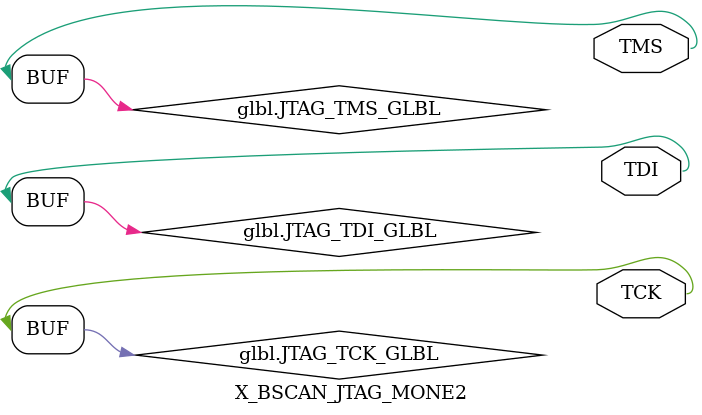
<source format=v>


`timescale 1 ps / 1 ps 

module X_BSCAN_JTAG_MONE2 (
  TCK,
  TDI,
  TMS
);

  parameter LOC = "UNPLACED";

  output TCK;
  output TDI;
  output TMS;


//--####################################################################
//--#####                            Output                          ###
//--####################################################################

  assign TCK     = glbl.JTAG_TCK_GLBL;
  assign TDI     = glbl.JTAG_TDI_GLBL;
  assign TMS     = glbl.JTAG_TMS_GLBL;

  specify
    specparam PATHPULSE$ = 0;
  endspecify

endmodule

</source>
